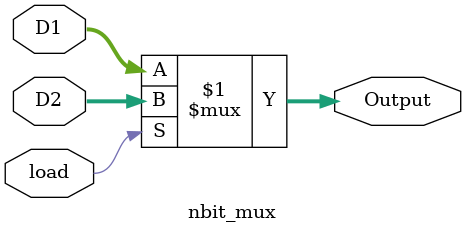
<source format=v>
`timescale 1ns / 1ps


module nbit_mux#(parameter N=8)(input load,input[N-1:0] D1,input[N-1:0] D2,output[N-1:0] Output);

assign Output = load? D2:D1;

endmodule

</source>
